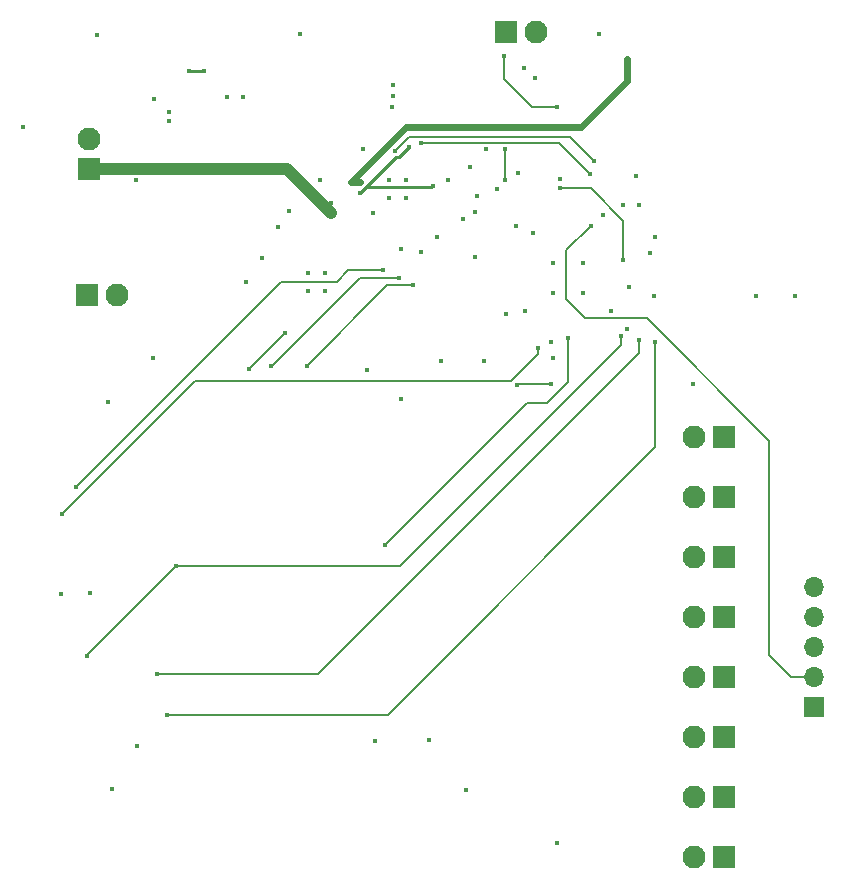
<source format=gbr>
%TF.GenerationSoftware,KiCad,Pcbnew,8.0.3*%
%TF.CreationDate,2024-06-23T22:11:50-05:00*%
%TF.ProjectId,GeckoDevelopmentBoard,4765636b-6f44-4657-9665-6c6f706d656e,rev?*%
%TF.SameCoordinates,Original*%
%TF.FileFunction,Copper,L4,Bot*%
%TF.FilePolarity,Positive*%
%FSLAX46Y46*%
G04 Gerber Fmt 4.6, Leading zero omitted, Abs format (unit mm)*
G04 Created by KiCad (PCBNEW 8.0.3) date 2024-06-23 22:11:50*
%MOMM*%
%LPD*%
G01*
G04 APERTURE LIST*
%TA.AperFunction,ComponentPad*%
%ADD10R,1.700000X1.700000*%
%TD*%
%TA.AperFunction,ComponentPad*%
%ADD11O,1.700000X1.700000*%
%TD*%
%TA.AperFunction,ComponentPad*%
%ADD12R,1.950000X1.950000*%
%TD*%
%TA.AperFunction,ComponentPad*%
%ADD13C,1.950000*%
%TD*%
%TA.AperFunction,ViaPad*%
%ADD14C,0.450000*%
%TD*%
%TA.AperFunction,Conductor*%
%ADD15C,0.200000*%
%TD*%
%TA.AperFunction,Conductor*%
%ADD16C,0.254000*%
%TD*%
%TA.AperFunction,Conductor*%
%ADD17C,1.000000*%
%TD*%
%TA.AperFunction,Conductor*%
%ADD18C,0.590000*%
%TD*%
G04 APERTURE END LIST*
D10*
%TO.P,J202,1,Pin_1*%
%TO.N,+3V0*%
X125860000Y-112540000D03*
D11*
%TO.P,J202,2,Pin_2*%
%TO.N,P1.15*%
X125860000Y-110000000D03*
%TO.P,J202,3,Pin_3*%
%TO.N,GND*%
X125860000Y-107460000D03*
%TO.P,J202,4,Pin_4*%
X125860000Y-104920000D03*
%TO.P,J202,5,Pin_5*%
X125860000Y-102380000D03*
%TD*%
D12*
%TO.P,JP104,1,A*%
%TO.N,+3V0*%
X118240000Y-115075000D03*
D13*
%TO.P,JP104,2,B*%
%TO.N,Net-(JP104-B)*%
X115700000Y-115075000D03*
%TD*%
D12*
%TO.P,JP201,1,A*%
%TO.N,+3V0*%
X118240000Y-125235000D03*
D13*
%TO.P,JP201,2,B*%
%TO.N,Net-(IC200-VDD)*%
X115700000Y-125235000D03*
%TD*%
D12*
%TO.P,JP202,1,A*%
%TO.N,VCELL*%
X99730000Y-55400000D03*
D13*
%TO.P,JP202,2,B*%
%TO.N,Net-(JP202-B)*%
X102270000Y-55400000D03*
%TD*%
D12*
%TO.P,JP1,1,A*%
%TO.N,+3V0*%
X118240000Y-89675000D03*
D13*
%TO.P,JP1,2,B*%
%TO.N,Net-(JP1-B)*%
X115700000Y-89675000D03*
%TD*%
D12*
%TO.P,JP10,1,A*%
%TO.N,+3V0*%
X118240000Y-109995000D03*
D13*
%TO.P,JP10,2,B*%
%TO.N,Net-(IC1-VDD)*%
X115700000Y-109995000D03*
%TD*%
D12*
%TO.P,JP102,1,A*%
%TO.N,+3V0*%
X118240000Y-120155000D03*
D13*
%TO.P,JP102,2,B*%
%TO.N,Net-(JP102-B)*%
X115700000Y-120155000D03*
%TD*%
D12*
%TO.P,JP203,1,A*%
%TO.N,+3V0*%
X118240000Y-99835000D03*
D13*
%TO.P,JP203,2,B*%
%TO.N,Net-(JP203-B)*%
X115700000Y-99835000D03*
%TD*%
D12*
%TO.P,JP100,1,A*%
%TO.N,+3V0*%
X64250000Y-77595000D03*
D13*
%TO.P,JP100,2,B*%
%TO.N,Net-(D100-K)*%
X66790000Y-77595000D03*
%TD*%
D12*
%TO.P,JP200,1,A*%
%TO.N,VBUS*%
X64470000Y-66940000D03*
D13*
%TO.P,JP200,2,B*%
%TO.N,Net-(D200-K)*%
X64470000Y-64400000D03*
%TD*%
D12*
%TO.P,JP101,1,A*%
%TO.N,+3V0*%
X118240000Y-104915000D03*
D13*
%TO.P,JP101,2,B*%
%TO.N,Net-(JP101-B)*%
X115700000Y-104915000D03*
%TD*%
D12*
%TO.P,JP103,1,A*%
%TO.N,+3V0*%
X118240000Y-94755000D03*
D13*
%TO.P,JP103,2,B*%
%TO.N,Net-(JP103-B)*%
X115700000Y-94755000D03*
%TD*%
D14*
%TO.N,GND*%
X120925000Y-77700000D03*
X103750000Y-77450000D03*
X98975000Y-68625000D03*
X88475000Y-70675000D03*
X77500000Y-60900000D03*
X84475000Y-75750000D03*
X111000000Y-70025000D03*
X84000000Y-67900000D03*
X82975000Y-77250000D03*
X104100000Y-124025000D03*
X65100000Y-55650000D03*
X87675000Y-65225000D03*
X97925000Y-83175000D03*
X88650000Y-115350000D03*
X66025000Y-86650000D03*
X112325000Y-77700000D03*
X124200000Y-77725000D03*
X69900000Y-83000000D03*
X109710000Y-70000000D03*
X82975000Y-75750000D03*
X82300000Y-55550000D03*
X96350000Y-119500000D03*
X79075000Y-74525000D03*
X112350000Y-72750000D03*
X69975000Y-61050000D03*
X90900000Y-73725000D03*
X90150000Y-61700000D03*
X90175000Y-60750000D03*
X106290000Y-77450000D03*
X110150000Y-76950000D03*
X100575000Y-71825000D03*
X115600000Y-85175000D03*
X103775000Y-83000000D03*
X111950000Y-74075000D03*
X107600000Y-55525000D03*
X89825000Y-69375000D03*
X68400000Y-67875000D03*
X97100000Y-70600000D03*
X110050000Y-80475000D03*
X104325000Y-67775000D03*
X106290000Y-74910000D03*
X80425000Y-71875000D03*
X102200175Y-59225175D03*
X103750000Y-74910000D03*
X89825000Y-67875000D03*
X58850000Y-63425000D03*
X94850000Y-67850000D03*
X91325000Y-69375000D03*
X93225000Y-115325000D03*
X96750000Y-66775000D03*
X99750000Y-79250000D03*
X97150000Y-74400000D03*
X90200000Y-59825000D03*
X68525000Y-115825000D03*
X90900000Y-86475000D03*
X64550000Y-102875000D03*
X84475000Y-77250000D03*
X100775000Y-67275000D03*
X91325000Y-67875000D03*
%TO.N,Net-(JP1-B)*%
X101375000Y-78975000D03*
X93900000Y-72725000D03*
X103550000Y-81575000D03*
X107950000Y-70875000D03*
X96100000Y-71225000D03*
X102086382Y-72411382D03*
X108650000Y-78975000D03*
%TO.N,Net-(U1-DEC4)*%
X109700000Y-74700000D03*
X104300000Y-68600000D03*
%TO.N,/Power/VSYS*%
X93600000Y-68375000D03*
X91566268Y-65066268D03*
X87425000Y-69000000D03*
%TO.N,VBUS*%
X84225000Y-70225000D03*
X84950000Y-69875000D03*
X84950000Y-70675000D03*
X110750000Y-67575000D03*
%TO.N,Net-(IC1-VDD)*%
X81425000Y-70505000D03*
X77750000Y-76500000D03*
%TO.N,USB_RTS*%
X91900000Y-76800000D03*
X82900000Y-83650000D03*
%TO.N,Net-(JP103-B)*%
X97300000Y-69225000D03*
X98050000Y-65300000D03*
%TO.N,D+*%
X72948000Y-58700000D03*
X74200000Y-58700000D03*
%TO.N,USB_CTS*%
X81050000Y-80875000D03*
X78025000Y-83875000D03*
%TO.N,FUEL_ALERT*%
X99600000Y-57400000D03*
X104100000Y-61700000D03*
%TO.N,SDA*%
X99700000Y-67900000D03*
X99700000Y-65300000D03*
%TO.N,SWO*%
X71850000Y-100575000D03*
X64325000Y-108200000D03*
X109500000Y-81075000D03*
%TO.N,SWDCLK*%
X112375000Y-81650000D03*
X71025000Y-113175000D03*
%TO.N,~{RESET}*%
X102475000Y-82125000D03*
X62150000Y-96175000D03*
%TO.N,SWDIO*%
X111000000Y-81450000D03*
X70175000Y-109675000D03*
%TO.N,+3V0*%
X62125000Y-102950000D03*
X66375000Y-119425000D03*
%TO.N,USB_TX*%
X89350000Y-75550000D03*
X63350000Y-93925000D03*
%TO.N,USB_RX*%
X90700000Y-76175000D03*
X79850000Y-83600000D03*
%TO.N,Net-(JP101-B)*%
X94250000Y-83175000D03*
X88025000Y-83975000D03*
%TO.N,Net-(JP203-B)*%
X92575000Y-73975000D03*
%TO.N,Net-(IC200-VDD)*%
X101325000Y-58450000D03*
%TO.N,Net-(SW200-B)*%
X110000000Y-58575000D03*
X87425000Y-68075000D03*
X86625000Y-68075000D03*
X110000000Y-57675000D03*
%TO.N,Net-(D200-A)*%
X76150000Y-60875000D03*
X71200000Y-62125000D03*
X71200000Y-62925000D03*
%TO.N,SCK*%
X100700000Y-85235000D03*
X103600000Y-85200000D03*
%TO.N,LCD_RESET*%
X105000582Y-81249418D03*
X89500000Y-98775000D03*
%TO.N,Charge Error*%
X107200000Y-66300000D03*
X90400000Y-65400000D03*
%TO.N,Charging*%
X92600000Y-64775000D03*
X106900000Y-67400000D03*
%TO.N,P1.15*%
X106925000Y-71796232D03*
%TD*%
D15*
%TO.N,Net-(U1-DEC4)*%
X109700000Y-71350000D02*
X106950000Y-68600000D01*
X109700000Y-74700000D02*
X109700000Y-71350000D01*
X106950000Y-68600000D02*
X104300000Y-68600000D01*
D16*
%TO.N,/Power/VSYS*%
X90473000Y-65952000D02*
X87425000Y-69000000D01*
X93600000Y-68375000D02*
X93450000Y-68525000D01*
X87900000Y-68525000D02*
X87425000Y-69000000D01*
X90680536Y-65952000D02*
X90473000Y-65952000D01*
X91566268Y-65066268D02*
X90680536Y-65952000D01*
X93450000Y-68525000D02*
X87900000Y-68525000D01*
D17*
%TO.N,VBUS*%
X64470000Y-66940000D02*
X80940000Y-66940000D01*
X81215000Y-66940000D02*
X84950000Y-70675000D01*
D18*
X84225000Y-70225000D02*
X80940000Y-66940000D01*
D17*
X80940000Y-66940000D02*
X81215000Y-66940000D01*
D15*
%TO.N,USB_RTS*%
X82900000Y-83600000D02*
X89700000Y-76800000D01*
X89700000Y-76800000D02*
X91900000Y-76800000D01*
X82900000Y-83650000D02*
X82900000Y-83600000D01*
D16*
%TO.N,D+*%
X74200000Y-58700000D02*
X72948000Y-58700000D01*
D15*
%TO.N,USB_CTS*%
X81025000Y-80875000D02*
X81050000Y-80875000D01*
X78025000Y-83875000D02*
X81025000Y-80875000D01*
%TO.N,FUEL_ALERT*%
X101925000Y-61700000D02*
X99600000Y-59375000D01*
X104100000Y-61700000D02*
X101925000Y-61700000D01*
X99600000Y-59375000D02*
X99600000Y-57400000D01*
%TO.N,SDA*%
X99700000Y-67900000D02*
X99700000Y-65300000D01*
%TO.N,SWO*%
X71850000Y-100600000D02*
X71850000Y-100575000D01*
X109500000Y-81075000D02*
X109500000Y-81825000D01*
X90750000Y-100575000D02*
X71850000Y-100575000D01*
X109500000Y-81825000D02*
X90750000Y-100575000D01*
X64325000Y-108200000D02*
X64325000Y-108125000D01*
X64325000Y-108125000D02*
X71850000Y-100600000D01*
%TO.N,SWDCLK*%
X112375000Y-81650000D02*
X112400000Y-81675000D01*
X89750000Y-113175000D02*
X71025000Y-113175000D01*
X112400000Y-81675000D02*
X112400000Y-90525000D01*
X112400000Y-90525000D02*
X89750000Y-113175000D01*
%TO.N,~{RESET}*%
X102475000Y-82625000D02*
X100175000Y-84925000D01*
X100175000Y-84925000D02*
X73400000Y-84925000D01*
X102475000Y-82125000D02*
X102475000Y-82625000D01*
X73400000Y-84925000D02*
X62150000Y-96175000D01*
%TO.N,SWDIO*%
X111000000Y-82500000D02*
X83825000Y-109675000D01*
X111000000Y-81450000D02*
X111000000Y-82500000D01*
X83825000Y-109675000D02*
X70175000Y-109675000D01*
%TO.N,USB_TX*%
X85425000Y-76500000D02*
X86375000Y-75550000D01*
X63350000Y-93900000D02*
X80750000Y-76500000D01*
X63350000Y-93925000D02*
X63350000Y-93900000D01*
X86375000Y-75550000D02*
X89350000Y-75550000D01*
X80750000Y-76500000D02*
X85425000Y-76500000D01*
%TO.N,USB_RX*%
X87375000Y-76175000D02*
X90700000Y-76175000D01*
X79850000Y-83600000D02*
X79950000Y-83600000D01*
X79950000Y-83600000D02*
X87375000Y-76175000D01*
D18*
%TO.N,Net-(SW200-B)*%
X106100000Y-63400000D02*
X91300000Y-63400000D01*
X87425000Y-68075000D02*
X86625000Y-68075000D01*
X91300000Y-63400000D02*
X86625000Y-68075000D01*
X110000000Y-59500000D02*
X106100000Y-63400000D01*
X110000000Y-58575000D02*
X110000000Y-57675000D01*
X110000000Y-58575000D02*
X110000000Y-59500000D01*
D15*
%TO.N,SCK*%
X103600000Y-85200000D02*
X100735000Y-85200000D01*
X100735000Y-85200000D02*
X100700000Y-85235000D01*
%TO.N,LCD_RESET*%
X105000582Y-84999418D02*
X105000582Y-81249418D01*
X103225000Y-86775000D02*
X105000582Y-84999418D01*
X89500000Y-98775000D02*
X101500000Y-86775000D01*
X101500000Y-86775000D02*
X103225000Y-86775000D01*
%TO.N,Charge Error*%
X105150000Y-64250000D02*
X107200000Y-66300000D01*
X90400000Y-65400000D02*
X91550000Y-64250000D01*
X91550000Y-64250000D02*
X105150000Y-64250000D01*
%TO.N,Charging*%
X104275000Y-64775000D02*
X106900000Y-67400000D01*
X92600000Y-64775000D02*
X104275000Y-64775000D01*
%TO.N,P1.15*%
X123925000Y-110000000D02*
X125860000Y-110000000D01*
X106475000Y-79575000D02*
X111675000Y-79575000D01*
X104875000Y-73846232D02*
X104875000Y-77975000D01*
X122050000Y-89950000D02*
X122050000Y-108125000D01*
X104875000Y-77975000D02*
X106475000Y-79575000D01*
X111675000Y-79575000D02*
X122050000Y-89950000D01*
X122050000Y-108125000D02*
X123925000Y-110000000D01*
X106925000Y-71796232D02*
X104875000Y-73846232D01*
%TD*%
M02*

</source>
